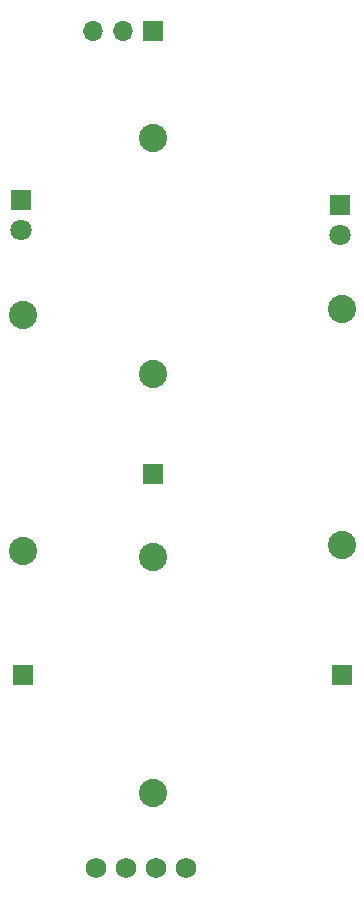
<source format=gbs>
%TF.GenerationSoftware,KiCad,Pcbnew,8.0.4*%
%TF.CreationDate,2024-11-11T12:12:06-05:00*%
%TF.ProjectId,HC-SR04sensor,48432d53-5230-4347-9365-6e736f722e6b,rev?*%
%TF.SameCoordinates,Original*%
%TF.FileFunction,Soldermask,Bot*%
%TF.FilePolarity,Negative*%
%FSLAX46Y46*%
G04 Gerber Fmt 4.6, Leading zero omitted, Abs format (unit mm)*
G04 Created by KiCad (PCBNEW 8.0.4) date 2024-11-11 12:12:06*
%MOMM*%
%LPD*%
G01*
G04 APERTURE LIST*
%ADD10C,2.390000*%
%ADD11R,1.700000X1.700000*%
%ADD12R,1.800000X1.800000*%
%ADD13C,1.800000*%
%ADD14O,1.700000X1.700000*%
%ADD15C,1.734000*%
G04 APERTURE END LIST*
D10*
%TO.C,R3*%
X140500000Y-111000000D03*
X140500000Y-91000000D03*
%TD*%
%TO.C,R2*%
X113500000Y-111500000D03*
X113500000Y-91500000D03*
%TD*%
D11*
%TO.C,J4*%
X140500000Y-122000000D03*
%TD*%
%TO.C,J3*%
X113500000Y-122000000D03*
%TD*%
D12*
%TO.C,D1*%
X113375000Y-81750000D03*
D13*
X113375000Y-84290000D03*
%TD*%
D11*
%TO.C,J1*%
X124500000Y-105000000D03*
%TD*%
D10*
%TO.C,R1*%
X124500000Y-132000000D03*
X124500000Y-112000000D03*
%TD*%
D11*
%TO.C,J2*%
X124500000Y-67500000D03*
D14*
X121960000Y-67500000D03*
X119420000Y-67500000D03*
%TD*%
D15*
%TO.C,U1*%
X119690000Y-138375000D03*
X122230000Y-138375000D03*
X124770000Y-138375000D03*
X127310000Y-138375000D03*
%TD*%
D10*
%TO.C,R5*%
X124500000Y-96500000D03*
X124500000Y-76500000D03*
%TD*%
D12*
%TO.C,D2*%
X140375000Y-82250000D03*
D13*
X140375000Y-84790000D03*
%TD*%
M02*

</source>
